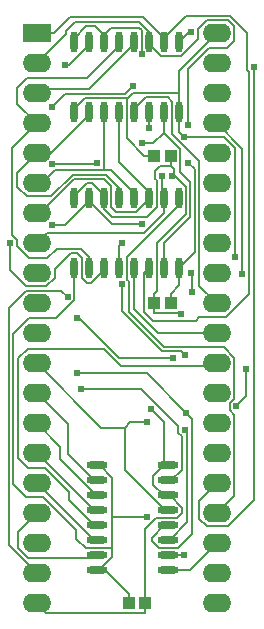
<source format=gtl>
G04 Layer: TopLayer*
G04 EasyEDA v6.5.22, 2023-01-18 22:18:13*
G04 eba29598cffc45a1a2b09f1bfeec2ae0,7be1179030e74d40a97a3c751b95adb4,10*
G04 Gerber Generator version 0.2*
G04 Scale: 100 percent, Rotated: No, Reflected: No *
G04 Dimensions in millimeters *
G04 leading zeros omitted , absolute positions ,4 integer and 5 decimal *
%FSLAX45Y45*%
%MOMM*%

%AMMACRO1*21,1,$1,$2,0,0,$3*%
%ADD10C,0.1800*%
%ADD11R,1.0000X1.1000*%
%ADD12O,0.5999988X1.7999964*%
%ADD13O,1.7999964X0.5999988*%
%ADD14MACRO1,2.3978X1.6002X0.0000*%
%ADD15O,2.3999952X1.5999968*%
%ADD16C,0.6100*%
%ADD17C,0.0108*%

%LPD*%
D10*
X2679700Y-2494279D02*
G01*
X2679700Y-2474213D01*
X2784347Y-2369565D01*
X2966211Y-2369565D01*
X3003550Y-2406904D01*
X3003550Y-2685542D01*
X3229609Y-2911855D01*
X3229609Y-3966210D01*
X3378200Y-4114800D01*
X2679700Y-3815079D02*
G01*
X2679700Y-4164584D01*
X2883915Y-4368800D01*
X3378200Y-4368800D01*
X3378200Y-4622800D02*
G01*
X3352291Y-4648707D01*
X2568193Y-4648707D01*
X2423668Y-4504436D01*
X1778000Y-4504436D01*
X1701037Y-4581397D01*
X1701037Y-5429250D01*
X1783587Y-5511800D01*
X1929892Y-5511800D01*
X2132837Y-5714745D01*
X2132837Y-5784342D01*
X2342642Y-5994400D01*
X2369820Y-5994400D01*
X2933700Y-3220720D02*
G01*
X2919222Y-3206242D01*
X2919222Y-3035300D01*
X2806700Y-2494279D02*
G01*
X2802890Y-2498089D01*
X2802890Y-2632963D01*
X2933700Y-3220720D02*
G01*
X2933700Y-3348989D01*
X2761741Y-3520947D01*
X1940052Y-3520947D01*
X1854200Y-3606800D01*
X1854200Y-3352800D02*
G01*
X1885187Y-3352800D01*
X2175510Y-3062478D01*
X2424937Y-3062478D01*
X2486659Y-3124200D01*
X2486659Y-3300729D01*
X2529331Y-3343402D01*
X2698241Y-3343402D01*
X2806700Y-3234689D01*
X2806700Y-3220720D01*
X2552700Y-2494279D02*
G01*
X2552700Y-2917444D01*
X2806700Y-3171444D01*
X2806700Y-3220720D01*
X2425700Y-2494279D02*
G01*
X2425700Y-2989834D01*
X2425700Y-2989834D02*
G01*
X2484374Y-2989834D01*
X2679700Y-3185160D01*
X2679700Y-3220720D01*
X2425700Y-2989834D02*
G01*
X2012695Y-2989834D01*
X1903984Y-3098800D01*
X1854200Y-3098800D01*
X3060700Y-1899920D02*
G01*
X3141472Y-1819147D01*
X3165602Y-1819147D01*
X3696208Y-2116581D02*
G01*
X3696208Y-5782310D01*
X3474211Y-6004305D01*
X3296158Y-6004305D01*
X3230879Y-5939028D01*
X3230879Y-5786120D01*
X3378200Y-5638800D01*
X2298700Y-2494279D02*
G01*
X2298700Y-2521457D01*
X1975357Y-2844800D01*
X1854200Y-2844800D01*
X1854200Y-2844800D02*
G01*
X1688592Y-3010407D01*
X1688592Y-3126486D01*
X1769618Y-3207512D01*
X1978913Y-3207512D01*
X2160523Y-3026155D01*
X2439924Y-3026155D01*
X2552700Y-3138931D01*
X2552700Y-3220720D01*
X3060700Y-3220720D02*
G01*
X3060700Y-3284473D01*
X2620518Y-3724655D01*
X2620518Y-3916426D01*
X2634234Y-3930142D01*
X2634234Y-4185665D01*
X2935224Y-4486655D01*
X3437636Y-4486655D01*
X3527806Y-4576826D01*
X3527806Y-4924044D01*
X3489452Y-4962397D01*
X3489452Y-5020055D01*
X3527806Y-5058410D01*
X3527806Y-5743194D01*
X3378200Y-5892800D01*
X2552700Y-1899920D02*
G01*
X2552700Y-1935479D01*
X2278379Y-2209800D01*
X1770634Y-2209800D01*
X1688592Y-2291842D01*
X1688592Y-2425192D01*
X1854200Y-2590800D01*
X1854200Y-2590800D02*
G01*
X1647697Y-2797302D01*
X1647697Y-3538220D01*
X1686813Y-3577336D01*
X1686813Y-3633723D01*
X1786889Y-3733800D01*
X1947163Y-3733800D01*
X2028697Y-3652265D01*
X2230628Y-3652265D01*
X2298700Y-3720084D01*
X2298700Y-3815079D01*
X2964179Y-6375400D02*
G01*
X3149600Y-6375400D01*
X3378200Y-6146800D01*
X2425700Y-3815079D02*
G01*
X2425700Y-3833621D01*
X2311907Y-3947668D01*
X2282697Y-3947668D01*
X2235200Y-3899915D01*
X2235200Y-3728973D01*
X2194560Y-3688587D01*
X2147570Y-3688587D01*
X2010663Y-3825494D01*
X2010663Y-3897121D01*
X1938273Y-3969765D01*
X1768602Y-3969765D01*
X1628902Y-3830065D01*
X1628902Y-3601212D01*
X1854200Y-2336800D02*
G01*
X1893062Y-2297937D01*
X2301747Y-2297937D01*
X2679700Y-1919986D01*
X2679700Y-1899920D01*
X1854200Y-2082800D02*
G01*
X2105152Y-1831847D01*
X2105152Y-1807210D01*
X2179320Y-1733295D01*
X2723895Y-1733295D01*
X2806700Y-1815845D01*
X2806700Y-1899920D01*
X3136138Y-2604770D02*
G01*
X3136138Y-2133092D01*
X3313429Y-1955800D01*
X3463543Y-1955800D01*
X3529075Y-1890521D01*
X3529075Y-1769110D01*
X3478529Y-1718563D01*
X3295141Y-1718563D01*
X3223259Y-1790445D01*
X3223259Y-1880615D01*
X3079241Y-2024887D01*
X2909061Y-2024887D01*
X2806700Y-1922526D01*
X2806700Y-1899920D01*
X2552700Y-3815079D02*
G01*
X2552700Y-3625595D01*
X2574797Y-3603752D01*
X1854200Y-1828800D02*
G01*
X2001265Y-1828800D01*
X2933700Y-1870710D02*
G01*
X2933700Y-1899920D01*
X2001265Y-1828800D02*
G01*
X2136902Y-1693163D01*
X2756408Y-1693163D01*
X2933700Y-1870710D01*
X2806700Y-3815079D02*
G01*
X2766822Y-3854957D01*
X2766822Y-4186936D01*
X2842768Y-4262881D01*
X3201161Y-4262881D01*
X3229609Y-4234434D01*
X3459225Y-4234434D01*
X3653027Y-4040631D01*
X3653027Y-2155189D01*
X3638550Y-2140712D01*
X3638550Y-1827276D01*
X3493515Y-1682242D01*
X3122168Y-1682242D01*
X2933700Y-1870710D01*
X1854200Y-6400800D02*
G01*
X1617471Y-6164071D01*
X1617471Y-4153662D01*
X1763521Y-4007612D01*
X2061971Y-4007612D01*
X2117344Y-4062984D01*
X3166872Y-4020312D02*
G01*
X3166872Y-3865371D01*
X3158490Y-3856989D01*
X2369820Y-6121400D02*
G01*
X2336800Y-6121400D01*
X1854200Y-5638800D01*
X2369820Y-5867400D02*
G01*
X2336800Y-5867400D01*
X1854200Y-5384800D01*
X2369820Y-5740400D02*
G01*
X2355850Y-5740400D01*
X2053081Y-5437631D01*
X2053081Y-5329681D01*
X1854200Y-5130800D01*
X2369820Y-5613400D02*
G01*
X2337815Y-5613400D01*
X2118105Y-5393689D01*
X2118105Y-5140705D01*
X1854200Y-4876800D01*
X2964179Y-6248400D02*
G01*
X3104641Y-6248400D01*
X2964179Y-6121400D02*
G01*
X2980690Y-6121400D01*
X3132581Y-5969254D01*
X3132581Y-5210047D01*
X3113277Y-5190744D01*
X2964179Y-5994400D02*
G01*
X2936493Y-5994400D01*
X2832354Y-6098539D01*
X2832354Y-6130544D01*
X2892297Y-6190742D01*
X3049015Y-6190742D01*
X3172968Y-6066789D01*
X3172968Y-5094478D01*
X3123184Y-5044694D01*
X3123184Y-5044694D02*
G01*
X2786379Y-4707889D01*
X2193289Y-4707889D01*
X2603500Y-5167376D02*
G01*
X2603500Y-5525007D01*
X2945891Y-5867400D01*
X2964179Y-5867400D01*
X1854200Y-4622800D02*
G01*
X2398776Y-5167376D01*
X2603500Y-5167376D01*
X2603500Y-5167376D02*
G01*
X2646934Y-5123942D01*
X2789681Y-5123942D01*
X3547109Y-4986273D02*
G01*
X3631691Y-4901692D01*
X3631691Y-4671313D01*
X3378200Y-2590800D02*
G01*
X3595370Y-2807970D01*
X3595370Y-3867657D01*
X2576575Y-3954018D02*
G01*
X2576575Y-4180331D01*
X2919222Y-4522978D01*
X3075940Y-4522978D01*
X3108197Y-4555236D01*
X2964179Y-5613400D02*
G01*
X2993390Y-5613400D01*
X3082543Y-5524245D01*
X3082543Y-5241797D01*
X3055620Y-5214620D01*
X3055620Y-5156962D01*
X2741929Y-4843271D01*
X2231136Y-4843271D01*
X2298700Y-1899920D02*
G01*
X2298700Y-1928368D01*
X2129789Y-2097278D01*
X2093468Y-2097278D01*
X1985010Y-2452370D02*
G01*
X2096770Y-2340610D01*
X2599436Y-2340610D01*
X2667000Y-2273300D01*
X2744215Y-3443478D02*
G01*
X2494025Y-3443478D01*
X2298700Y-3248152D01*
X1983739Y-3454907D02*
G01*
X2091944Y-3454907D01*
X2298700Y-3248152D01*
X2298700Y-3248152D02*
G01*
X2298700Y-3220720D01*
X1854200Y-5892800D02*
G01*
X1696212Y-6050787D01*
X1696212Y-6184900D01*
X1785112Y-6273800D01*
X2344420Y-6273800D01*
X2369820Y-6248400D01*
X2744977Y-2760471D02*
G01*
X2842513Y-2760471D01*
X2933700Y-2669539D01*
X2933700Y-2494279D02*
G01*
X2933700Y-2669539D01*
X2933700Y-2669539D02*
G01*
X3072384Y-2808223D01*
X3072384Y-3003804D01*
X3156965Y-3088386D01*
X3156965Y-3380486D01*
X2933700Y-3603752D01*
X2933700Y-3815079D01*
X1985771Y-2935223D02*
G01*
X2362962Y-2935223D01*
X2367026Y-2931160D01*
X2195321Y-4236973D02*
G01*
X2211070Y-4236973D01*
X2554986Y-4580889D01*
X3013709Y-4580889D01*
X2991104Y-2870200D02*
G01*
X2991104Y-2952495D01*
X2775204Y-6695947D02*
G01*
X2775204Y-6737095D01*
X2775204Y-6695947D02*
G01*
X2775204Y-6654800D01*
X2171700Y-1899920D02*
G01*
X2171700Y-1874012D01*
X2275586Y-1770126D01*
X2350007Y-1770126D01*
X2425700Y-1845563D01*
X2425700Y-1845563D02*
G01*
X2425700Y-1899920D01*
X2425700Y-3220720D02*
G01*
X2425700Y-3199892D01*
X2324607Y-3098800D01*
X2277871Y-3098800D01*
X2171700Y-3204971D01*
X2171700Y-3220720D01*
X2964179Y-5740400D02*
G01*
X2982213Y-5740400D01*
X3088131Y-5846571D01*
X3088131Y-5889244D01*
X3041395Y-5935979D01*
X2866136Y-5935979D01*
X2775204Y-6027165D01*
X2775204Y-6654800D01*
X2775204Y-6737095D02*
G01*
X1936495Y-6737095D01*
X1854200Y-6654800D01*
X2425700Y-1845563D02*
G01*
X2488691Y-1782571D01*
X2722118Y-1782571D01*
X2743200Y-1803907D01*
X2743200Y-2008123D01*
X2964179Y-5486400D02*
G01*
X2935224Y-5486400D01*
X2935224Y-5486400D02*
G01*
X2844038Y-5577586D01*
X2844038Y-5652515D01*
X2931922Y-5740400D01*
X2964179Y-5740400D01*
X2850895Y-4114800D02*
G01*
X2850895Y-4032504D01*
X2850895Y-4114800D02*
G01*
X2850895Y-4197095D01*
X2935224Y-5486400D02*
G01*
X2935224Y-5123687D01*
X2820415Y-5008879D01*
X2850895Y-4197095D02*
G01*
X3072129Y-4197095D01*
X3078734Y-4203700D01*
X2425700Y-3220720D02*
G01*
X2425700Y-3313176D01*
X2496565Y-3384042D01*
X2786888Y-3384042D01*
X2870200Y-3300729D01*
X2870200Y-3067812D01*
X2861563Y-3059176D01*
X2861563Y-2992120D01*
X2901188Y-2952495D01*
X2991104Y-2952495D01*
X3016758Y-3025647D02*
G01*
X3016758Y-2978150D01*
X2991104Y-2952495D01*
X2850895Y-4032504D02*
G01*
X2870200Y-4013454D01*
X2870200Y-3607562D01*
X3120643Y-3357118D01*
X3120643Y-3129534D01*
X3016758Y-3025647D01*
X3016758Y-3025647D02*
G01*
X3002788Y-3039618D01*
X2634995Y-6654800D02*
G01*
X2634995Y-6572504D01*
X2410968Y-6348476D02*
G01*
X2634995Y-6572504D01*
X2369820Y-6375400D02*
G01*
X2383789Y-6375400D01*
X2410968Y-6348476D01*
X2991104Y-4114800D02*
G01*
X2991104Y-4032504D01*
X2369820Y-5486400D02*
G01*
X2390902Y-5486400D01*
X2495550Y-5591047D01*
X2495550Y-5927344D01*
X2495550Y-5927344D02*
G01*
X2792984Y-5927344D01*
X3378200Y-1828800D02*
G01*
X3060700Y-2146300D01*
X3060700Y-2331465D01*
X3060700Y-2331465D02*
G01*
X3060700Y-2494279D01*
X3060700Y-3815079D02*
G01*
X3060700Y-3962907D01*
X2991104Y-4032504D01*
X2850895Y-2870200D02*
G01*
X2773679Y-2870200D01*
X2616200Y-2383281D02*
G01*
X2668015Y-2331465D01*
X3060700Y-2331465D01*
X2171700Y-2494279D02*
G01*
X2171700Y-2474213D01*
X2268728Y-2376931D01*
X2609850Y-2376931D01*
X2616200Y-2383281D01*
X3105658Y-2706115D02*
G01*
X3060700Y-2661157D01*
X3060700Y-2494279D01*
X2495550Y-5927344D02*
G01*
X2495550Y-6191250D01*
X2495550Y-6191250D02*
G01*
X2495550Y-6263894D01*
X2410968Y-6348476D01*
X2773679Y-2870200D02*
G01*
X2768091Y-2870200D01*
X2616200Y-2718307D01*
X2616200Y-2383281D01*
X3060700Y-3815079D02*
G01*
X3193288Y-3682492D01*
X3193288Y-2977642D01*
X3139947Y-2924555D01*
X3537204Y-3725163D02*
G01*
X3537204Y-2801112D01*
X3442208Y-2706115D01*
X3105658Y-2706115D01*
X2171700Y-3815079D02*
G01*
X2175002Y-3818381D01*
X2175002Y-4086860D01*
X2020315Y-4241800D01*
X1787652Y-4241800D01*
X1655826Y-4373626D01*
X1655826Y-5643118D01*
X1765807Y-5752845D01*
X1906015Y-5752845D01*
X2189734Y-6036818D01*
X2189734Y-6107684D01*
X2273300Y-6191250D01*
X2495550Y-6191250D01*
D11*
G01*
X2850997Y-2870200D03*
G01*
X2991002Y-2870200D03*
G01*
X2850997Y-4114800D03*
G01*
X2991002Y-4114800D03*
D12*
G01*
X2171700Y-2494279D03*
G01*
X2298700Y-2494279D03*
G01*
X2425700Y-2494279D03*
G01*
X2552700Y-2494279D03*
G01*
X2679700Y-2494279D03*
G01*
X2806700Y-2494279D03*
G01*
X2933700Y-2494279D03*
G01*
X3060700Y-2494279D03*
G01*
X2171700Y-1899920D03*
G01*
X2298700Y-1899920D03*
G01*
X2425700Y-1899920D03*
G01*
X2552700Y-1899920D03*
G01*
X2679700Y-1899920D03*
G01*
X2806700Y-1899920D03*
G01*
X2933700Y-1899920D03*
G01*
X3060700Y-1899920D03*
G01*
X2171700Y-3815079D03*
G01*
X2298700Y-3815079D03*
G01*
X2425700Y-3815079D03*
G01*
X2552700Y-3815079D03*
G01*
X2679700Y-3815079D03*
G01*
X2806700Y-3815079D03*
G01*
X2933700Y-3815079D03*
G01*
X3060700Y-3815079D03*
G01*
X2171700Y-3220720D03*
G01*
X2298700Y-3220720D03*
G01*
X2425700Y-3220720D03*
G01*
X2552700Y-3220720D03*
G01*
X2679700Y-3220720D03*
G01*
X2806700Y-3220720D03*
G01*
X2933700Y-3220720D03*
G01*
X3060700Y-3220720D03*
D13*
G01*
X2369820Y-5486400D03*
G01*
X2369820Y-5613400D03*
G01*
X2369820Y-5740400D03*
G01*
X2369820Y-5867400D03*
G01*
X2369820Y-5994400D03*
G01*
X2369820Y-6121400D03*
G01*
X2369820Y-6248400D03*
G01*
X2369820Y-6375400D03*
G01*
X2964179Y-5486400D03*
G01*
X2964179Y-5613400D03*
G01*
X2964179Y-5740400D03*
G01*
X2964179Y-5867400D03*
G01*
X2964179Y-5994400D03*
G01*
X2964179Y-6121400D03*
G01*
X2964179Y-6248400D03*
G01*
X2964179Y-6375400D03*
D11*
G01*
X2635097Y-6654800D03*
G01*
X2775102Y-6654800D03*
D14*
G01*
X1854200Y-1828800D03*
D15*
G01*
X3378200Y-6654800D03*
G01*
X1854200Y-2082800D03*
G01*
X3378200Y-6400800D03*
G01*
X1854200Y-2336800D03*
G01*
X3378200Y-6146800D03*
G01*
X1854200Y-2590800D03*
G01*
X3378200Y-5892800D03*
G01*
X1854200Y-2844800D03*
G01*
X3378200Y-5638800D03*
G01*
X1854200Y-3098800D03*
G01*
X3378200Y-5384800D03*
G01*
X1854200Y-3352800D03*
G01*
X3378200Y-5130800D03*
G01*
X1854200Y-3606800D03*
G01*
X3378200Y-4876800D03*
G01*
X1854200Y-3860800D03*
G01*
X3378200Y-4622800D03*
G01*
X1854200Y-4114800D03*
G01*
X3378200Y-4368800D03*
G01*
X1854200Y-4368800D03*
G01*
X3378200Y-4114800D03*
G01*
X1854200Y-4622800D03*
G01*
X3378200Y-3860800D03*
G01*
X1854200Y-4876800D03*
G01*
X3378200Y-3606800D03*
G01*
X1854200Y-5130800D03*
G01*
X3378200Y-3352800D03*
G01*
X1854200Y-5384800D03*
G01*
X3378200Y-3098800D03*
G01*
X1854200Y-5638800D03*
G01*
X3378200Y-2844800D03*
G01*
X1854200Y-5892800D03*
G01*
X3378200Y-2590800D03*
G01*
X1854200Y-6146800D03*
G01*
X3378200Y-2336800D03*
G01*
X1854200Y-6400800D03*
G01*
X3378200Y-2082800D03*
G01*
X1854200Y-6654800D03*
G01*
X3378200Y-1828800D03*
D16*
G01*
X3537204Y-3725163D03*
G01*
X3139947Y-2924555D03*
G01*
X3105658Y-2706115D03*
G01*
X2792984Y-5927344D03*
G01*
X3002788Y-3039618D03*
G01*
X3078734Y-4203700D03*
G01*
X2820415Y-5008879D03*
G01*
X2743200Y-2008123D03*
G01*
X2195321Y-4236973D03*
G01*
X3013709Y-4580889D03*
G01*
X2744977Y-2760471D03*
G01*
X2367026Y-2931160D03*
G01*
X1985771Y-2935223D03*
G01*
X2744215Y-3443478D03*
G01*
X2667000Y-2273300D03*
G01*
X1985010Y-2452370D03*
G01*
X1983739Y-3454907D03*
G01*
X2093468Y-2097278D03*
G01*
X2231136Y-4843271D03*
G01*
X2576575Y-3954018D03*
G01*
X3108197Y-4555236D03*
G01*
X3547109Y-4986273D03*
G01*
X3631691Y-4671313D03*
G01*
X3595370Y-3867657D03*
G01*
X2789681Y-5123942D03*
G01*
X2193289Y-4707889D03*
G01*
X3123184Y-5044694D03*
G01*
X3113277Y-5190744D03*
G01*
X3104641Y-6248400D03*
G01*
X3158490Y-3856989D03*
G01*
X3166872Y-4020312D03*
G01*
X2117344Y-4062984D03*
G01*
X3136138Y-2604770D03*
G01*
X2574797Y-3603752D03*
G01*
X1628902Y-3601212D03*
G01*
X3696208Y-2116581D03*
G01*
X3165602Y-1819147D03*
G01*
X2802890Y-2632963D03*
G01*
X2919222Y-3035300D03*
M02*

</source>
